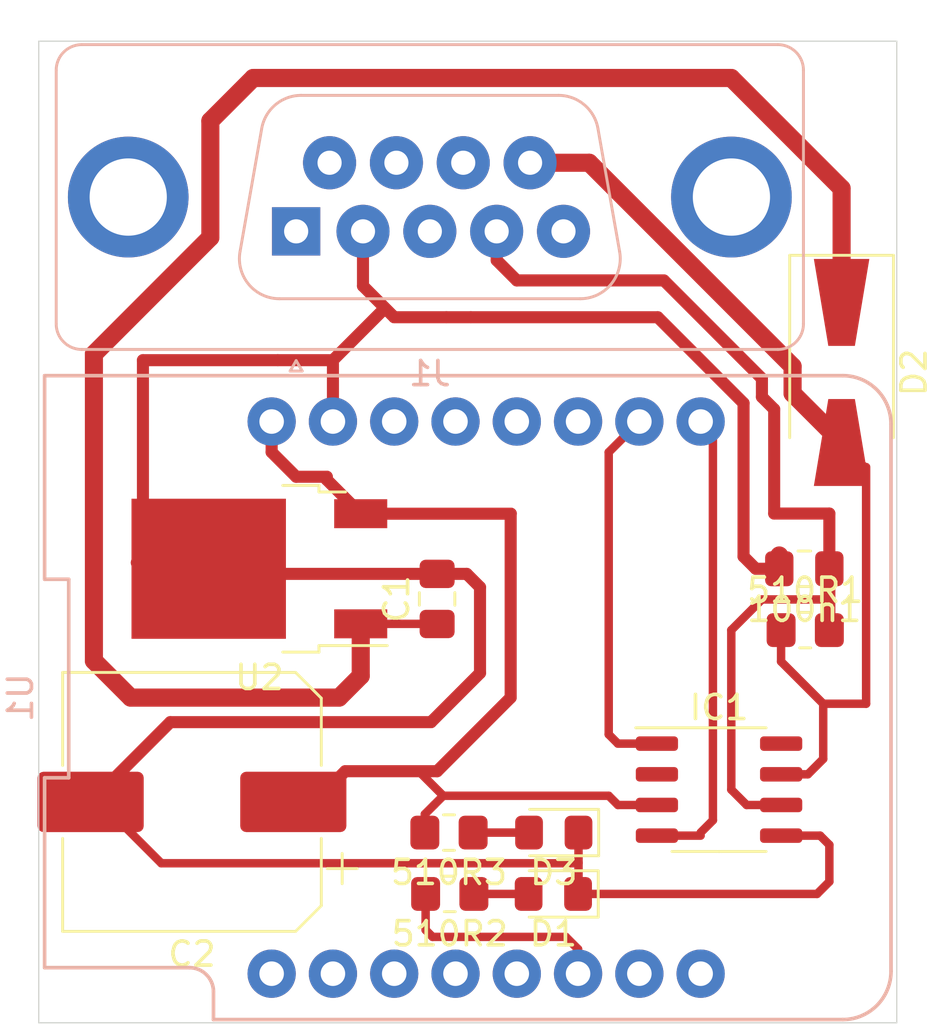
<source format=kicad_pcb>
(kicad_pcb (version 20171130) (host pcbnew "(5.1.9-0-10_14)")

  (general
    (thickness 1.6)
    (drawings 4)
    (tracks 115)
    (zones 0)
    (modules 13)
    (nets 30)
  )

  (page A4)
  (layers
    (0 F.Cu signal)
    (31 B.Cu signal)
    (32 B.Adhes user)
    (33 F.Adhes user)
    (34 B.Paste user)
    (35 F.Paste user)
    (36 B.SilkS user)
    (37 F.SilkS user)
    (38 B.Mask user)
    (39 F.Mask user)
    (40 Dwgs.User user)
    (41 Cmts.User user)
    (42 Eco1.User user)
    (43 Eco2.User user)
    (44 Edge.Cuts user)
    (45 Margin user)
    (46 B.CrtYd user)
    (47 F.CrtYd user)
    (48 B.Fab user)
    (49 F.Fab user)
  )

  (setup
    (last_trace_width 0.75)
    (trace_clearance 0.2)
    (zone_clearance 0.508)
    (zone_45_only no)
    (trace_min 0.2)
    (via_size 0.8)
    (via_drill 0.4)
    (via_min_size 0.4)
    (via_min_drill 0.3)
    (uvia_size 0.3)
    (uvia_drill 0.1)
    (uvias_allowed no)
    (uvia_min_size 0.2)
    (uvia_min_drill 0.1)
    (edge_width 0.05)
    (segment_width 0.2)
    (pcb_text_width 0.3)
    (pcb_text_size 1.5 1.5)
    (mod_edge_width 0.12)
    (mod_text_size 1 1)
    (mod_text_width 0.15)
    (pad_size 1.524 1.524)
    (pad_drill 0.762)
    (pad_to_mask_clearance 0)
    (aux_axis_origin 106.68 76.2)
    (grid_origin 106.68 76.2)
    (visible_elements FFFFFF7F)
    (pcbplotparams
      (layerselection 0x00000_7fffffff)
      (usegerberextensions false)
      (usegerberattributes true)
      (usegerberadvancedattributes true)
      (creategerberjobfile true)
      (excludeedgelayer true)
      (linewidth 0.150000)
      (plotframeref false)
      (viasonmask false)
      (mode 1)
      (useauxorigin true)
      (hpglpennumber 1)
      (hpglpenspeed 20)
      (hpglpendiameter 15.000000)
      (psnegative false)
      (psa4output false)
      (plotreference false)
      (plotvalue false)
      (plotinvisibletext false)
      (padsonsilk true)
      (subtractmaskfromsilk false)
      (outputformat 1)
      (mirror false)
      (drillshape 0)
      (scaleselection 1)
      (outputdirectory ""))
  )

  (net 0 "")
  (net 1 K-LINE)
  (net 2 GND)
  (net 3 "Net-(510R2-Pad1)")
  (net 4 "Net-(510R2-Pad2)")
  (net 5 +5V)
  (net 6 "Net-(510R3-Pad1)")
  (net 7 "Net-(C1-Pad1)")
  (net 8 +12V)
  (net 9 ESP-RX)
  (net 10 "Net-(IC1-Pad2)")
  (net 11 "Net-(IC1-Pad8)")
  (net 12 "Net-(J1-Pad1)")
  (net 13 CAN-H)
  (net 14 CAN-L)
  (net 15 "Net-(J1-Pad6)")
  (net 16 "Net-(J1-Pad7)")
  (net 17 "Net-(J1-Pad8)")
  (net 18 "Net-(U1-Pad8)")
  (net 19 "Net-(U1-Pad7)")
  (net 20 "Net-(U1-Pad6)")
  (net 21 "Net-(U1-Pad11)")
  (net 22 "Net-(U1-Pad5)")
  (net 23 "Net-(U1-Pad12)")
  (net 24 "Net-(U1-Pad4)")
  (net 25 "Net-(U1-Pad13)")
  (net 26 "Net-(U1-Pad14)")
  (net 27 "Net-(U1-Pad2)")
  (net 28 "Net-(U1-Pad1)")
  (net 29 ESP-TX)

  (net_class Default "This is the default net class."
    (clearance 0.2)
    (trace_width 0.75)
    (via_dia 0.8)
    (via_drill 0.4)
    (uvia_dia 0.3)
    (uvia_drill 0.1)
    (add_net CAN-H)
    (add_net CAN-L)
    (add_net ESP-RX)
    (add_net ESP-TX)
    (add_net K-LINE)
    (add_net "Net-(510R2-Pad1)")
    (add_net "Net-(510R2-Pad2)")
    (add_net "Net-(510R3-Pad1)")
    (add_net "Net-(C1-Pad1)")
    (add_net "Net-(IC1-Pad2)")
    (add_net "Net-(IC1-Pad8)")
    (add_net "Net-(J1-Pad1)")
    (add_net "Net-(J1-Pad6)")
    (add_net "Net-(J1-Pad7)")
    (add_net "Net-(J1-Pad8)")
    (add_net "Net-(U1-Pad1)")
    (add_net "Net-(U1-Pad11)")
    (add_net "Net-(U1-Pad12)")
    (add_net "Net-(U1-Pad13)")
    (add_net "Net-(U1-Pad14)")
    (add_net "Net-(U1-Pad2)")
    (add_net "Net-(U1-Pad4)")
    (add_net "Net-(U1-Pad5)")
    (add_net "Net-(U1-Pad6)")
    (add_net "Net-(U1-Pad7)")
    (add_net "Net-(U1-Pad8)")
  )

  (net_class +12V ""
    (clearance 0.2)
    (trace_width 0.75)
    (via_dia 0.8)
    (via_drill 0.4)
    (uvia_dia 0.3)
    (uvia_drill 0.1)
    (add_net +12V)
  )

  (net_class +5V ""
    (clearance 0.2)
    (trace_width 0.5)
    (via_dia 0.8)
    (via_drill 0.4)
    (uvia_dia 0.3)
    (uvia_drill 0.1)
    (add_net +5V)
  )

  (net_class GND ""
    (clearance 0.2)
    (trace_width 0.35)
    (via_dia 0.8)
    (via_drill 0.4)
    (uvia_dia 0.3)
    (uvia_drill 0.1)
    (add_net GND)
  )

  (module Connector_Dsub:DSUB-9_Male_Vertical_P2.77x2.84mm_MountingHoles (layer B.Cu) (tedit 60AB5245) (tstamp 60ABC69E)
    (at 117.348 43.434)
    (descr "9-pin D-Sub connector, straight/vertical, THT-mount, male, pitch 2.77x2.84mm, distance of mounting holes 25mm, see https://disti-assets.s3.amazonaws.com/tonar/files/datasheets/16730.pdf")
    (tags "9-pin D-Sub connector straight vertical THT male pitch 2.77x2.84mm mounting holes distance 25mm")
    (path /60ADDAD3)
    (fp_text reference J1 (at 5.54 5.89) (layer B.SilkS)
      (effects (font (size 1 1) (thickness 0.15)) (justify mirror))
    )
    (fp_text value DB9_Male (at 5.54 -8.73) (layer B.Fab)
      (effects (font (size 1 1) (thickness 0.15)) (justify mirror))
    )
    (fp_line (start -8.885 4.83) (end 19.965 4.83) (layer B.Fab) (width 0.1))
    (fp_line (start 20.965 3.83) (end 20.965 -6.67) (layer B.Fab) (width 0.1))
    (fp_line (start 19.965 -7.67) (end -8.885 -7.67) (layer B.Fab) (width 0.1))
    (fp_line (start -9.885 -6.67) (end -9.885 3.83) (layer B.Fab) (width 0.1))
    (fp_line (start -8.885 4.89) (end 19.965 4.89) (layer B.SilkS) (width 0.12))
    (fp_line (start 21.025 3.83) (end 21.025 -6.67) (layer B.SilkS) (width 0.12))
    (fp_line (start 19.965 -7.73) (end -8.885 -7.73) (layer B.SilkS) (width 0.12))
    (fp_line (start -9.945 -6.67) (end -9.945 3.83) (layer B.SilkS) (width 0.12))
    (fp_line (start -0.25 5.784338) (end 0.25 5.784338) (layer B.SilkS) (width 0.12))
    (fp_line (start 0.25 5.784338) (end 0 5.351325) (layer B.SilkS) (width 0.12))
    (fp_line (start 0 5.351325) (end -0.25 5.784338) (layer B.SilkS) (width 0.12))
    (fp_line (start -0.703194 2.73) (end 11.783194 2.73) (layer B.Fab) (width 0.1))
    (fp_line (start 0.196073 -5.57) (end 10.883927 -5.57) (layer B.Fab) (width 0.1))
    (fp_line (start 13.358887 0.852163) (end 12.459619 -4.247837) (layer B.Fab) (width 0.1))
    (fp_line (start -2.278887 0.852163) (end -1.379619 -4.247837) (layer B.Fab) (width 0.1))
    (fp_line (start -0.691689 2.79) (end 11.771689 2.79) (layer B.SilkS) (width 0.12))
    (fp_line (start 0.207579 -5.63) (end 10.872421 -5.63) (layer B.SilkS) (width 0.12))
    (fp_line (start 13.40647 0.841744) (end 12.507202 -4.258256) (layer B.SilkS) (width 0.12))
    (fp_line (start -2.32647 0.841744) (end -1.427202 -4.258256) (layer B.SilkS) (width 0.12))
    (fp_line (start -10.4 5.35) (end -10.4 -8.2) (layer B.CrtYd) (width 0.05))
    (fp_line (start -10.4 -8.2) (end 21.5 -8.2) (layer B.CrtYd) (width 0.05))
    (fp_line (start 21.5 -8.2) (end 21.5 5.35) (layer B.CrtYd) (width 0.05))
    (fp_line (start 21.5 5.35) (end -10.4 5.35) (layer B.CrtYd) (width 0.05))
    (fp_arc (start -8.885 3.83) (end -9.885 3.83) (angle -90) (layer B.Fab) (width 0.1))
    (fp_arc (start 19.965 3.83) (end 19.965 4.83) (angle -90) (layer B.Fab) (width 0.1))
    (fp_arc (start -8.885 -6.67) (end -9.885 -6.67) (angle 90) (layer B.Fab) (width 0.1))
    (fp_arc (start 19.965 -6.67) (end 20.965 -6.67) (angle -90) (layer B.Fab) (width 0.1))
    (fp_arc (start -8.885 3.83) (end -9.945 3.83) (angle -90) (layer B.SilkS) (width 0.12))
    (fp_arc (start 19.965 3.83) (end 19.965 4.89) (angle -90) (layer B.SilkS) (width 0.12))
    (fp_arc (start -8.885 -6.67) (end -9.945 -6.67) (angle 90) (layer B.SilkS) (width 0.12))
    (fp_arc (start 19.965 -6.67) (end 21.025 -6.67) (angle -90) (layer B.SilkS) (width 0.12))
    (fp_arc (start -0.703194 1.13) (end -0.703194 2.73) (angle 100) (layer B.Fab) (width 0.1))
    (fp_arc (start 11.783194 1.13) (end 11.783194 2.73) (angle -100) (layer B.Fab) (width 0.1))
    (fp_arc (start 0.196073 -3.97) (end 0.196073 -5.57) (angle -80) (layer B.Fab) (width 0.1))
    (fp_arc (start 10.883927 -3.97) (end 10.883927 -5.57) (angle 80) (layer B.Fab) (width 0.1))
    (fp_arc (start -0.691689 1.13) (end -0.691689 2.79) (angle 100) (layer B.SilkS) (width 0.12))
    (fp_arc (start 11.771689 1.13) (end 11.771689 2.79) (angle -100) (layer B.SilkS) (width 0.12))
    (fp_arc (start 0.207579 -3.97) (end 0.207579 -5.63) (angle -80) (layer B.SilkS) (width 0.12))
    (fp_arc (start 10.872421 -3.97) (end 10.872421 -5.63) (angle 80) (layer B.SilkS) (width 0.12))
    (fp_text user %R (at 5.54 -1.42) (layer B.Fab)
      (effects (font (size 1 1) (thickness 0.15)) (justify mirror))
    )
    (pad 1 thru_hole rect (at 0 0) (size 2 2) (drill 1) (layers *.Cu *.Mask)
      (net 12 "Net-(J1-Pad1)"))
    (pad 2 thru_hole circle (at 2.77 0) (size 2.2 2.2) (drill 1) (layers *.Cu *.Mask)
      (net 2 GND))
    (pad 3 thru_hole circle (at 5.54 0) (size 2.2 2.2) (drill 1) (layers *.Cu *.Mask)
      (net 13 CAN-H))
    (pad 4 thru_hole circle (at 8.31 0) (size 2.2 2.2) (drill 1) (layers *.Cu *.Mask)
      (net 1 K-LINE))
    (pad 5 thru_hole circle (at 11.08 0) (size 2.2 2.2) (drill 1) (layers *.Cu *.Mask)
      (net 14 CAN-L))
    (pad 6 thru_hole circle (at 1.385 -2.84) (size 2.2 2.2) (drill 1) (layers *.Cu *.Mask)
      (net 15 "Net-(J1-Pad6)"))
    (pad 7 thru_hole circle (at 4.155 -2.84) (size 2.2 2.2) (drill 1) (layers *.Cu *.Mask)
      (net 16 "Net-(J1-Pad7)"))
    (pad 8 thru_hole circle (at 6.925 -2.84) (size 2.2 2.2) (drill 1) (layers *.Cu *.Mask)
      (net 17 "Net-(J1-Pad8)"))
    (pad 9 thru_hole circle (at 9.695 -2.84) (size 2.2 2.2) (drill 1) (layers *.Cu *.Mask)
      (net 8 +12V))
    (pad 0 thru_hole circle (at -6.96 -1.42) (size 5 5) (drill 3.2) (layers *.Cu *.Mask))
    (pad 0 thru_hole circle (at 18.04 -1.42) (size 5 5) (drill 3.2) (layers *.Cu *.Mask))
    (model ${KISYS3DMOD}/Connector_Dsub.3dshapes/DSUB-9_Male_Vertical_P2.77x2.84mm_MountingHoles.wrl
      (at (xyz 0 0 0))
      (scale (xyz 1 1 1))
      (rotate (xyz 0 0 0))
    )
  )

  (module WEMOS-D1-MINI:wemos-d1-mini-with-pin-header (layer B.Cu) (tedit 60AA5B43) (tstamp 60ABF37C)
    (at 125.222 62.738)
    (path /60AA261D)
    (fp_text reference U1 (at -19.3 0 -90) (layer B.SilkS)
      (effects (font (size 1 1) (thickness 0.15)) (justify mirror))
    )
    (fp_text value WeMos_D1_mini (at 0 0) (layer B.Fab)
      (effects (font (size 1 1) (thickness 0.15)) (justify mirror))
    )
    (fp_line (start -18.46 11.33) (end -12.48 11.33) (layer B.CrtYd) (width 0.05))
    (fp_line (start -11.48 13.5) (end -11.48 12.33) (layer B.CrtYd) (width 0.05))
    (fp_line (start -11.3 13.33) (end -11.3 13.33) (layer B.SilkS) (width 0.15))
    (fp_line (start -11.3 12.17) (end -11.3 13.33) (layer B.SilkS) (width 0.15))
    (fp_line (start -18.3 11.18) (end -12.3 11.18) (layer B.SilkS) (width 0.15))
    (fp_line (start -18.46 -13.5) (end -18.46 11.33) (layer B.CrtYd) (width 0.05))
    (fp_line (start 14.94 -13.5) (end -18.46 -13.5) (layer B.CrtYd) (width 0.05))
    (fp_line (start 16.94 11.5) (end 16.94 -11.5) (layer B.CrtYd) (width 0.05))
    (fp_line (start -11.48 13.5) (end 14.85 13.5) (layer B.CrtYd) (width 0.05))
    (fp_line (start -18.3 -4.9) (end -18.3 -13.329999) (layer B.SilkS) (width 0.15))
    (fp_line (start -17.3 -4.9) (end -18.3 -4.9) (layer B.SilkS) (width 0.15))
    (fp_line (start -17.3 3.32) (end -17.3 -4.9) (layer B.SilkS) (width 0.15))
    (fp_line (start -18.3 3.32) (end -17.3 3.32) (layer B.SilkS) (width 0.15))
    (fp_line (start -18.3 11.18) (end -18.3 3.32) (layer B.SilkS) (width 0.15))
    (fp_line (start 14.78 13.33) (end -11.3 13.33) (layer B.SilkS) (width 0.15))
    (fp_line (start 16.78 -11.33) (end 16.78 11.33) (layer B.SilkS) (width 0.15))
    (fp_line (start -18.3 -13.33) (end 14.78 -13.33) (layer B.SilkS) (width 0.15))
    (fp_arc (start 14.78 11.33) (end 14.78 13.33) (angle -90) (layer B.SilkS) (width 0.15))
    (fp_arc (start 14.78 -11.33) (end 16.78 -11.33) (angle -90) (layer B.SilkS) (width 0.15))
    (fp_arc (start 14.94 -11.5) (end 16.94 -11.5) (angle -90) (layer B.CrtYd) (width 0.05))
    (fp_arc (start 14.94 11.5) (end 14.85 13.5) (angle -92.57657183) (layer B.CrtYd) (width 0.05))
    (fp_arc (start -12.3 12.18) (end -11.3 12.18) (angle -90) (layer B.SilkS) (width 0.15))
    (fp_arc (start -12.48 12.33) (end -11.48 12.33) (angle -90) (layer B.CrtYd) (width 0.05))
    (pad 8 thru_hole circle (at -8.89 11.43) (size 2 2) (drill 1.016) (layers *.Cu *.Mask)
      (net 18 "Net-(U1-Pad8)"))
    (pad 9 thru_hole circle (at -8.89 -11.43) (size 2 2) (drill 1.016) (layers *.Cu *.Mask)
      (net 5 +5V))
    (pad 7 thru_hole circle (at -6.35 11.43) (size 2 2) (drill 1.016) (layers *.Cu *.Mask)
      (net 19 "Net-(U1-Pad7)"))
    (pad 10 thru_hole circle (at -6.35 -11.43) (size 2 2) (drill 1.016) (layers *.Cu *.Mask)
      (net 2 GND))
    (pad 6 thru_hole circle (at -3.81 11.43) (size 2 2) (drill 1.016) (layers *.Cu *.Mask)
      (net 20 "Net-(U1-Pad6)"))
    (pad 11 thru_hole circle (at -3.81 -11.43) (size 2 2) (drill 1.016) (layers *.Cu *.Mask)
      (net 21 "Net-(U1-Pad11)"))
    (pad 5 thru_hole circle (at -1.27 11.43) (size 2 2) (drill 1.016) (layers *.Cu *.Mask)
      (net 22 "Net-(U1-Pad5)"))
    (pad 12 thru_hole circle (at -1.27 -11.43) (size 2 2) (drill 1.016) (layers *.Cu *.Mask)
      (net 23 "Net-(U1-Pad12)"))
    (pad 4 thru_hole circle (at 1.27 11.43) (size 2 2) (drill 1.016) (layers *.Cu *.Mask)
      (net 24 "Net-(U1-Pad4)"))
    (pad 13 thru_hole circle (at 1.27 -11.43) (size 2 2) (drill 1.016) (layers *.Cu *.Mask)
      (net 25 "Net-(U1-Pad13)"))
    (pad 3 thru_hole circle (at 3.81 11.43) (size 2 2) (drill 1.016) (layers *.Cu *.Mask)
      (net 4 "Net-(510R2-Pad2)"))
    (pad 14 thru_hole circle (at 3.81 -11.43) (size 2 2) (drill 1.016) (layers *.Cu *.Mask)
      (net 26 "Net-(U1-Pad14)"))
    (pad 2 thru_hole circle (at 6.35 11.43) (size 2 2) (drill 1.016) (layers *.Cu *.Mask)
      (net 27 "Net-(U1-Pad2)"))
    (pad 15 thru_hole circle (at 6.35 -11.43) (size 2 2) (drill 1.016) (layers *.Cu *.Mask)
      (net 9 ESP-RX))
    (pad 1 thru_hole circle (at 8.89 11.43) (size 2 2) (drill 1.016) (layers *.Cu *.Mask)
      (net 28 "Net-(U1-Pad1)"))
    (pad 16 thru_hole circle (at 8.89 -11.43) (size 2 2) (drill 1.016) (layers *.Cu *.Mask)
      (net 29 ESP-TX))
    (model ${KIPRJMOD}/3dshapes/wemos_d1_mini.3dshapes/d1_mini_shield.wrl
      (offset (xyz -17.89999973116897 -12.79999980776329 5.099999923405687))
      (scale (xyz 0.3937 0.3937 0.3937))
      (rotate (xyz 0 180 90))
    )
    (model ${KIPRJMOD}/3dshapes/wemos_d1_mini.3dshapes/TSW-108-05-G-S.wrl
      (offset (xyz 0 -11.39999982878918 2.599999960951919))
      (scale (xyz 0.3937 0.3937 0.3937))
      (rotate (xyz 90 0 0))
    )
    (model ${KIPRJMOD}/3dshapes/wemos_d1_mini.3dshapes/TSW-108-05-G-S.wrl
      (offset (xyz 0 11.39999982878918 2.599999960951919))
      (scale (xyz 0.3937 0.3937 0.3937))
      (rotate (xyz 90 0 0))
    )
  )

  (module Capacitor_SMD:C_0805_2012Metric_Pad1.18x1.45mm_HandSolder (layer F.Cu) (tedit 5F68FEEF) (tstamp 60ABDE60)
    (at 138.4085 57.404 180)
    (descr "Capacitor SMD 0805 (2012 Metric), square (rectangular) end terminal, IPC_7351 nominal with elongated pad for handsoldering. (Body size source: IPC-SM-782 page 76, https://www.pcb-3d.com/wordpress/wp-content/uploads/ipc-sm-782a_amendment_1_and_2.pdf, https://docs.google.com/spreadsheets/d/1BsfQQcO9C6DZCsRaXUlFlo91Tg2WpOkGARC1WS5S8t0/edit?usp=sharing), generated with kicad-footprint-generator")
    (tags "capacitor handsolder")
    (path /60AB53AE)
    (attr smd)
    (fp_text reference 100n1 (at 0 -1.68) (layer F.SilkS)
      (effects (font (size 1 1) (thickness 0.15)))
    )
    (fp_text value C (at 0 1.68) (layer F.Fab)
      (effects (font (size 1 1) (thickness 0.15)))
    )
    (fp_line (start 1.88 0.98) (end -1.88 0.98) (layer F.CrtYd) (width 0.05))
    (fp_line (start 1.88 -0.98) (end 1.88 0.98) (layer F.CrtYd) (width 0.05))
    (fp_line (start -1.88 -0.98) (end 1.88 -0.98) (layer F.CrtYd) (width 0.05))
    (fp_line (start -1.88 0.98) (end -1.88 -0.98) (layer F.CrtYd) (width 0.05))
    (fp_line (start -0.261252 0.735) (end 0.261252 0.735) (layer F.SilkS) (width 0.12))
    (fp_line (start -0.261252 -0.735) (end 0.261252 -0.735) (layer F.SilkS) (width 0.12))
    (fp_line (start 1 0.625) (end -1 0.625) (layer F.Fab) (width 0.1))
    (fp_line (start 1 -0.625) (end 1 0.625) (layer F.Fab) (width 0.1))
    (fp_line (start -1 -0.625) (end 1 -0.625) (layer F.Fab) (width 0.1))
    (fp_line (start -1 0.625) (end -1 -0.625) (layer F.Fab) (width 0.1))
    (fp_text user %R (at 0 0) (layer F.Fab)
      (effects (font (size 0.5 0.5) (thickness 0.08)))
    )
    (pad 1 smd roundrect (at -1.0375 0 180) (size 1.175 1.45) (layers F.Cu F.Paste F.Mask) (roundrect_rratio 0.2127659574468085)
      (net 1 K-LINE))
    (pad 2 smd roundrect (at 1.0375 0 180) (size 1.175 1.45) (layers F.Cu F.Paste F.Mask) (roundrect_rratio 0.2127659574468085)
      (net 2 GND))
    (model ${KISYS3DMOD}/Capacitor_SMD.3dshapes/C_0805_2012Metric.wrl
      (at (xyz 0 0 0))
      (scale (xyz 1 1 1))
      (rotate (xyz 0 0 0))
    )
  )

  (module Resistor_SMD:R_0805_2012Metric_Pad1.20x1.40mm_HandSolder (layer F.Cu) (tedit 5F68FEEE) (tstamp 60ABDE90)
    (at 138.446 59.944)
    (descr "Resistor SMD 0805 (2012 Metric), square (rectangular) end terminal, IPC_7351 nominal with elongated pad for handsoldering. (Body size source: IPC-SM-782 page 72, https://www.pcb-3d.com/wordpress/wp-content/uploads/ipc-sm-782a_amendment_1_and_2.pdf), generated with kicad-footprint-generator")
    (tags "resistor handsolder")
    (path /60AABA3C)
    (attr smd)
    (fp_text reference 510R1 (at 0 -1.65) (layer F.SilkS)
      (effects (font (size 1 1) (thickness 0.15)))
    )
    (fp_text value R (at 0 1.65) (layer F.Fab)
      (effects (font (size 1 1) (thickness 0.15)))
    )
    (fp_line (start 1.85 0.95) (end -1.85 0.95) (layer F.CrtYd) (width 0.05))
    (fp_line (start 1.85 -0.95) (end 1.85 0.95) (layer F.CrtYd) (width 0.05))
    (fp_line (start -1.85 -0.95) (end 1.85 -0.95) (layer F.CrtYd) (width 0.05))
    (fp_line (start -1.85 0.95) (end -1.85 -0.95) (layer F.CrtYd) (width 0.05))
    (fp_line (start -0.227064 0.735) (end 0.227064 0.735) (layer F.SilkS) (width 0.12))
    (fp_line (start -0.227064 -0.735) (end 0.227064 -0.735) (layer F.SilkS) (width 0.12))
    (fp_line (start 1 0.625) (end -1 0.625) (layer F.Fab) (width 0.1))
    (fp_line (start 1 -0.625) (end 1 0.625) (layer F.Fab) (width 0.1))
    (fp_line (start -1 -0.625) (end 1 -0.625) (layer F.Fab) (width 0.1))
    (fp_line (start -1 0.625) (end -1 -0.625) (layer F.Fab) (width 0.1))
    (fp_text user %R (at 0 0) (layer F.Fab)
      (effects (font (size 0.5 0.5) (thickness 0.08)))
    )
    (pad 1 smd roundrect (at -1 0) (size 1.2 1.4) (layers F.Cu F.Paste F.Mask) (roundrect_rratio 0.2083325)
      (net 8 +12V))
    (pad 2 smd roundrect (at 1 0) (size 1.2 1.4) (layers F.Cu F.Paste F.Mask) (roundrect_rratio 0.2083325)
      (net 1 K-LINE))
    (model ${KISYS3DMOD}/Resistor_SMD.3dshapes/R_0805_2012Metric.wrl
      (at (xyz 0 0 0))
      (scale (xyz 1 1 1))
      (rotate (xyz 0 0 0))
    )
  )

  (module Resistor_SMD:R_0805_2012Metric_Pad1.20x1.40mm_HandSolder (layer F.Cu) (tedit 5F68FEEE) (tstamp 60ABB116)
    (at 123.714 70.866 180)
    (descr "Resistor SMD 0805 (2012 Metric), square (rectangular) end terminal, IPC_7351 nominal with elongated pad for handsoldering. (Body size source: IPC-SM-782 page 72, https://www.pcb-3d.com/wordpress/wp-content/uploads/ipc-sm-782a_amendment_1_and_2.pdf), generated with kicad-footprint-generator")
    (tags "resistor handsolder")
    (path /60AD21D9)
    (attr smd)
    (fp_text reference 510R2 (at 0 -1.65) (layer F.SilkS)
      (effects (font (size 1 1) (thickness 0.15)))
    )
    (fp_text value R (at 0 1.65) (layer F.Fab)
      (effects (font (size 1 1) (thickness 0.15)))
    )
    (fp_line (start 1.85 0.95) (end -1.85 0.95) (layer F.CrtYd) (width 0.05))
    (fp_line (start 1.85 -0.95) (end 1.85 0.95) (layer F.CrtYd) (width 0.05))
    (fp_line (start -1.85 -0.95) (end 1.85 -0.95) (layer F.CrtYd) (width 0.05))
    (fp_line (start -1.85 0.95) (end -1.85 -0.95) (layer F.CrtYd) (width 0.05))
    (fp_line (start -0.227064 0.735) (end 0.227064 0.735) (layer F.SilkS) (width 0.12))
    (fp_line (start -0.227064 -0.735) (end 0.227064 -0.735) (layer F.SilkS) (width 0.12))
    (fp_line (start 1 0.625) (end -1 0.625) (layer F.Fab) (width 0.1))
    (fp_line (start 1 -0.625) (end 1 0.625) (layer F.Fab) (width 0.1))
    (fp_line (start -1 -0.625) (end 1 -0.625) (layer F.Fab) (width 0.1))
    (fp_line (start -1 0.625) (end -1 -0.625) (layer F.Fab) (width 0.1))
    (fp_text user %R (at 0 0) (layer F.Fab)
      (effects (font (size 0.5 0.5) (thickness 0.08)))
    )
    (pad 1 smd roundrect (at -1 0 180) (size 1.2 1.4) (layers F.Cu F.Paste F.Mask) (roundrect_rratio 0.2083325)
      (net 3 "Net-(510R2-Pad1)"))
    (pad 2 smd roundrect (at 1 0 180) (size 1.2 1.4) (layers F.Cu F.Paste F.Mask) (roundrect_rratio 0.2083325)
      (net 4 "Net-(510R2-Pad2)"))
    (model ${KISYS3DMOD}/Resistor_SMD.3dshapes/R_0805_2012Metric.wrl
      (at (xyz 0 0 0))
      (scale (xyz 1 1 1))
      (rotate (xyz 0 0 0))
    )
  )

  (module Resistor_SMD:R_0805_2012Metric_Pad1.20x1.40mm_HandSolder (layer F.Cu) (tedit 5F68FEEE) (tstamp 60ABCC79)
    (at 123.682 68.326 180)
    (descr "Resistor SMD 0805 (2012 Metric), square (rectangular) end terminal, IPC_7351 nominal with elongated pad for handsoldering. (Body size source: IPC-SM-782 page 72, https://www.pcb-3d.com/wordpress/wp-content/uploads/ipc-sm-782a_amendment_1_and_2.pdf), generated with kicad-footprint-generator")
    (tags "resistor handsolder")
    (path /60AC4540)
    (attr smd)
    (fp_text reference 510R3 (at 0 -1.65) (layer F.SilkS)
      (effects (font (size 1 1) (thickness 0.15)))
    )
    (fp_text value R (at 0 1.65) (layer F.Fab)
      (effects (font (size 1 1) (thickness 0.15)))
    )
    (fp_line (start -1 0.625) (end -1 -0.625) (layer F.Fab) (width 0.1))
    (fp_line (start -1 -0.625) (end 1 -0.625) (layer F.Fab) (width 0.1))
    (fp_line (start 1 -0.625) (end 1 0.625) (layer F.Fab) (width 0.1))
    (fp_line (start 1 0.625) (end -1 0.625) (layer F.Fab) (width 0.1))
    (fp_line (start -0.227064 -0.735) (end 0.227064 -0.735) (layer F.SilkS) (width 0.12))
    (fp_line (start -0.227064 0.735) (end 0.227064 0.735) (layer F.SilkS) (width 0.12))
    (fp_line (start -1.85 0.95) (end -1.85 -0.95) (layer F.CrtYd) (width 0.05))
    (fp_line (start -1.85 -0.95) (end 1.85 -0.95) (layer F.CrtYd) (width 0.05))
    (fp_line (start 1.85 -0.95) (end 1.85 0.95) (layer F.CrtYd) (width 0.05))
    (fp_line (start 1.85 0.95) (end -1.85 0.95) (layer F.CrtYd) (width 0.05))
    (fp_text user %R (at 0 0) (layer F.Fab)
      (effects (font (size 0.5 0.5) (thickness 0.08)))
    )
    (pad 2 smd roundrect (at 1 0 180) (size 1.2 1.4) (layers F.Cu F.Paste F.Mask) (roundrect_rratio 0.2083325)
      (net 5 +5V))
    (pad 1 smd roundrect (at -1 0 180) (size 1.2 1.4) (layers F.Cu F.Paste F.Mask) (roundrect_rratio 0.2083325)
      (net 6 "Net-(510R3-Pad1)"))
    (model ${KISYS3DMOD}/Resistor_SMD.3dshapes/R_0805_2012Metric.wrl
      (at (xyz 0 0 0))
      (scale (xyz 1 1 1))
      (rotate (xyz 0 0 0))
    )
  )

  (module Capacitor_SMD:C_0805_2012Metric_Pad1.18x1.45mm_HandSolder (layer F.Cu) (tedit 5F68FEEF) (tstamp 60ABF3E0)
    (at 123.19 58.6525 90)
    (descr "Capacitor SMD 0805 (2012 Metric), square (rectangular) end terminal, IPC_7351 nominal with elongated pad for handsoldering. (Body size source: IPC-SM-782 page 76, https://www.pcb-3d.com/wordpress/wp-content/uploads/ipc-sm-782a_amendment_1_and_2.pdf, https://docs.google.com/spreadsheets/d/1BsfQQcO9C6DZCsRaXUlFlo91Tg2WpOkGARC1WS5S8t0/edit?usp=sharing), generated with kicad-footprint-generator")
    (tags "capacitor handsolder")
    (path /60AC2A01)
    (attr smd)
    (fp_text reference C1 (at 0 -1.68 90) (layer F.SilkS)
      (effects (font (size 1 1) (thickness 0.15)))
    )
    (fp_text value 330nF (at 0 1.68 90) (layer F.Fab)
      (effects (font (size 1 1) (thickness 0.15)))
    )
    (fp_line (start -1 0.625) (end -1 -0.625) (layer F.Fab) (width 0.1))
    (fp_line (start -1 -0.625) (end 1 -0.625) (layer F.Fab) (width 0.1))
    (fp_line (start 1 -0.625) (end 1 0.625) (layer F.Fab) (width 0.1))
    (fp_line (start 1 0.625) (end -1 0.625) (layer F.Fab) (width 0.1))
    (fp_line (start -0.261252 -0.735) (end 0.261252 -0.735) (layer F.SilkS) (width 0.12))
    (fp_line (start -0.261252 0.735) (end 0.261252 0.735) (layer F.SilkS) (width 0.12))
    (fp_line (start -1.88 0.98) (end -1.88 -0.98) (layer F.CrtYd) (width 0.05))
    (fp_line (start -1.88 -0.98) (end 1.88 -0.98) (layer F.CrtYd) (width 0.05))
    (fp_line (start 1.88 -0.98) (end 1.88 0.98) (layer F.CrtYd) (width 0.05))
    (fp_line (start 1.88 0.98) (end -1.88 0.98) (layer F.CrtYd) (width 0.05))
    (fp_text user %R (at 0 0 90) (layer F.Fab)
      (effects (font (size 0.5 0.5) (thickness 0.08)))
    )
    (pad 2 smd roundrect (at 1.0375 0 90) (size 1.175 1.45) (layers F.Cu F.Paste F.Mask) (roundrect_rratio 0.2127659574468085)
      (net 2 GND))
    (pad 1 smd roundrect (at -1.0375 0 90) (size 1.175 1.45) (layers F.Cu F.Paste F.Mask) (roundrect_rratio 0.2127659574468085)
      (net 7 "Net-(C1-Pad1)"))
    (model ${KISYS3DMOD}/Capacitor_SMD.3dshapes/C_0805_2012Metric.wrl
      (at (xyz 0 0 0))
      (scale (xyz 1 1 1))
      (rotate (xyz 0 0 0))
    )
  )

  (module Capacitor_SMD:CP_Elec_10x10.5 (layer F.Cu) (tedit 5BCA39D1) (tstamp 60ABA0D6)
    (at 113.03 67.056 180)
    (descr "SMD capacitor, aluminum electrolytic, Vishay 1010, 10.0x10.5mm, http://www.vishay.com/docs/28395/150crz.pdf")
    (tags "capacitor electrolytic")
    (path /60AC1B93)
    (attr smd)
    (fp_text reference C2 (at 0 -6.3) (layer F.SilkS)
      (effects (font (size 1 1) (thickness 0.15)))
    )
    (fp_text value 22uF (at 0 6.3) (layer F.Fab)
      (effects (font (size 1 1) (thickness 0.15)))
    )
    (fp_line (start -6.65 1.5) (end -5.5 1.5) (layer F.CrtYd) (width 0.05))
    (fp_line (start -6.65 -1.5) (end -6.65 1.5) (layer F.CrtYd) (width 0.05))
    (fp_line (start -5.5 -1.5) (end -6.65 -1.5) (layer F.CrtYd) (width 0.05))
    (fp_line (start -5.5 1.5) (end -5.5 4.35) (layer F.CrtYd) (width 0.05))
    (fp_line (start -5.5 -4.35) (end -5.5 -1.5) (layer F.CrtYd) (width 0.05))
    (fp_line (start -5.5 -4.35) (end -4.35 -5.5) (layer F.CrtYd) (width 0.05))
    (fp_line (start -5.5 4.35) (end -4.35 5.5) (layer F.CrtYd) (width 0.05))
    (fp_line (start -4.35 -5.5) (end 5.5 -5.5) (layer F.CrtYd) (width 0.05))
    (fp_line (start -4.35 5.5) (end 5.5 5.5) (layer F.CrtYd) (width 0.05))
    (fp_line (start 5.5 1.5) (end 5.5 5.5) (layer F.CrtYd) (width 0.05))
    (fp_line (start 6.65 1.5) (end 5.5 1.5) (layer F.CrtYd) (width 0.05))
    (fp_line (start 6.65 -1.5) (end 6.65 1.5) (layer F.CrtYd) (width 0.05))
    (fp_line (start 5.5 -1.5) (end 6.65 -1.5) (layer F.CrtYd) (width 0.05))
    (fp_line (start 5.5 -5.5) (end 5.5 -1.5) (layer F.CrtYd) (width 0.05))
    (fp_line (start -6.225 -3.385) (end -6.225 -2.135) (layer F.SilkS) (width 0.12))
    (fp_line (start -6.85 -2.76) (end -5.6 -2.76) (layer F.SilkS) (width 0.12))
    (fp_line (start -5.36 4.295563) (end -4.295563 5.36) (layer F.SilkS) (width 0.12))
    (fp_line (start -5.36 -4.295563) (end -4.295563 -5.36) (layer F.SilkS) (width 0.12))
    (fp_line (start -5.36 -4.295563) (end -5.36 -1.51) (layer F.SilkS) (width 0.12))
    (fp_line (start -5.36 4.295563) (end -5.36 1.51) (layer F.SilkS) (width 0.12))
    (fp_line (start -4.295563 5.36) (end 5.36 5.36) (layer F.SilkS) (width 0.12))
    (fp_line (start -4.295563 -5.36) (end 5.36 -5.36) (layer F.SilkS) (width 0.12))
    (fp_line (start 5.36 -5.36) (end 5.36 -1.51) (layer F.SilkS) (width 0.12))
    (fp_line (start 5.36 5.36) (end 5.36 1.51) (layer F.SilkS) (width 0.12))
    (fp_line (start -4.058325 -2.2) (end -4.058325 -1.2) (layer F.Fab) (width 0.1))
    (fp_line (start -4.558325 -1.7) (end -3.558325 -1.7) (layer F.Fab) (width 0.1))
    (fp_line (start -5.25 4.25) (end -4.25 5.25) (layer F.Fab) (width 0.1))
    (fp_line (start -5.25 -4.25) (end -4.25 -5.25) (layer F.Fab) (width 0.1))
    (fp_line (start -5.25 -4.25) (end -5.25 4.25) (layer F.Fab) (width 0.1))
    (fp_line (start -4.25 5.25) (end 5.25 5.25) (layer F.Fab) (width 0.1))
    (fp_line (start -4.25 -5.25) (end 5.25 -5.25) (layer F.Fab) (width 0.1))
    (fp_line (start 5.25 -5.25) (end 5.25 5.25) (layer F.Fab) (width 0.1))
    (fp_circle (center 0 0) (end 5 0) (layer F.Fab) (width 0.1))
    (fp_text user %R (at 0 0) (layer F.Fab)
      (effects (font (size 1 1) (thickness 0.15)))
    )
    (pad 1 smd roundrect (at -4.2 0 180) (size 4.4 2.5) (layers F.Cu F.Paste F.Mask) (roundrect_rratio 0.1)
      (net 5 +5V))
    (pad 2 smd roundrect (at 4.2 0 180) (size 4.4 2.5) (layers F.Cu F.Paste F.Mask) (roundrect_rratio 0.1)
      (net 2 GND))
    (model ${KISYS3DMOD}/Capacitor_SMD.3dshapes/CP_Elec_10x10.5.wrl
      (at (xyz 0 0 0))
      (scale (xyz 1 1 1))
      (rotate (xyz 0 0 0))
    )
  )

  (module LED_SMD:LED_0805_2012Metric_Pad1.15x1.40mm_HandSolder (layer F.Cu) (tedit 5F68FEF1) (tstamp 60ABA7D3)
    (at 128.007 70.866 180)
    (descr "LED SMD 0805 (2012 Metric), square (rectangular) end terminal, IPC_7351 nominal, (Body size source: https://docs.google.com/spreadsheets/d/1BsfQQcO9C6DZCsRaXUlFlo91Tg2WpOkGARC1WS5S8t0/edit?usp=sharing), generated with kicad-footprint-generator")
    (tags "LED handsolder")
    (path /60AD21E4)
    (attr smd)
    (fp_text reference D1 (at 0 -1.65) (layer F.SilkS)
      (effects (font (size 1 1) (thickness 0.15)))
    )
    (fp_text value LED_OK (at 0 1.65) (layer F.Fab)
      (effects (font (size 1 1) (thickness 0.15)))
    )
    (fp_line (start 1 -0.6) (end -0.7 -0.6) (layer F.Fab) (width 0.1))
    (fp_line (start -0.7 -0.6) (end -1 -0.3) (layer F.Fab) (width 0.1))
    (fp_line (start -1 -0.3) (end -1 0.6) (layer F.Fab) (width 0.1))
    (fp_line (start -1 0.6) (end 1 0.6) (layer F.Fab) (width 0.1))
    (fp_line (start 1 0.6) (end 1 -0.6) (layer F.Fab) (width 0.1))
    (fp_line (start 1 -0.96) (end -1.86 -0.96) (layer F.SilkS) (width 0.12))
    (fp_line (start -1.86 -0.96) (end -1.86 0.96) (layer F.SilkS) (width 0.12))
    (fp_line (start -1.86 0.96) (end 1 0.96) (layer F.SilkS) (width 0.12))
    (fp_line (start -1.85 0.95) (end -1.85 -0.95) (layer F.CrtYd) (width 0.05))
    (fp_line (start -1.85 -0.95) (end 1.85 -0.95) (layer F.CrtYd) (width 0.05))
    (fp_line (start 1.85 -0.95) (end 1.85 0.95) (layer F.CrtYd) (width 0.05))
    (fp_line (start 1.85 0.95) (end -1.85 0.95) (layer F.CrtYd) (width 0.05))
    (fp_text user %R (at 0 0) (layer F.Fab)
      (effects (font (size 0.5 0.5) (thickness 0.08)))
    )
    (pad 2 smd roundrect (at 1.025 0 180) (size 1.15 1.4) (layers F.Cu F.Paste F.Mask) (roundrect_rratio 0.2173904347826087)
      (net 3 "Net-(510R2-Pad1)"))
    (pad 1 smd roundrect (at -1.025 0 180) (size 1.15 1.4) (layers F.Cu F.Paste F.Mask) (roundrect_rratio 0.2173904347826087)
      (net 2 GND))
    (model ${KISYS3DMOD}/LED_SMD.3dshapes/LED_0805_2012Metric.wrl
      (at (xyz 0 0 0))
      (scale (xyz 1 1 1))
      (rotate (xyz 0 0 0))
    )
  )

  (module Diode_SMD:D_SMA-SMB_Universal_Handsoldering (layer F.Cu) (tedit 5864381A) (tstamp 60ABE15D)
    (at 139.954 49.276 270)
    (descr "Diode, Universal, SMA (DO-214AC) or SMB (DO-214AA), Handsoldering,")
    (tags "Diode Universal SMA (DO-214AC) SMB (DO-214AA) Handsoldering ")
    (path /60ACE31B)
    (attr smd)
    (fp_text reference D2 (at 0 -3 90) (layer F.SilkS)
      (effects (font (size 1 1) (thickness 0.15)))
    )
    (fp_text value D (at 0 3.1 90) (layer F.Fab)
      (effects (font (size 1 1) (thickness 0.15)))
    )
    (fp_line (start -4.85 -2.15) (end 2.7 -2.15) (layer F.SilkS) (width 0.12))
    (fp_line (start -4.85 2.15) (end 2.7 2.15) (layer F.SilkS) (width 0.12))
    (fp_line (start -0.64944 0.00102) (end 0.50118 -0.79908) (layer F.Fab) (width 0.1))
    (fp_line (start -0.64944 0.00102) (end 0.50118 0.75032) (layer F.Fab) (width 0.1))
    (fp_line (start 0.50118 0.75032) (end 0.50118 -0.79908) (layer F.Fab) (width 0.1))
    (fp_line (start -0.64944 -0.79908) (end -0.64944 0.80112) (layer F.Fab) (width 0.1))
    (fp_line (start 0.50118 0.00102) (end 1.4994 0.00102) (layer F.Fab) (width 0.1))
    (fp_line (start -0.64944 0.00102) (end -1.55114 0.00102) (layer F.Fab) (width 0.1))
    (fp_line (start -4.95 2.25) (end -4.95 -2.25) (layer F.CrtYd) (width 0.05))
    (fp_line (start 4.95 2.25) (end -4.95 2.25) (layer F.CrtYd) (width 0.05))
    (fp_line (start 4.95 -2.25) (end 4.95 2.25) (layer F.CrtYd) (width 0.05))
    (fp_line (start -4.95 -2.25) (end 4.95 -2.25) (layer F.CrtYd) (width 0.05))
    (fp_line (start 2.3 -1.5) (end -2.3 -1.5) (layer F.Fab) (width 0.1))
    (fp_line (start 2.3 -1.5) (end 2.3 1.5) (layer F.Fab) (width 0.1))
    (fp_line (start -2.3 1.5) (end -2.3 -1.5) (layer F.Fab) (width 0.1))
    (fp_line (start 2.3 1.5) (end -2.3 1.5) (layer F.Fab) (width 0.1))
    (fp_line (start 2.3 -2) (end -2.3 -2) (layer F.Fab) (width 0.1))
    (fp_line (start 2.3 -2) (end 2.3 2) (layer F.Fab) (width 0.1))
    (fp_line (start -2.3 2) (end -2.3 -2) (layer F.Fab) (width 0.1))
    (fp_line (start 2.3 2) (end -2.3 2) (layer F.Fab) (width 0.1))
    (fp_line (start -4.85 -2.15) (end -4.85 2.15) (layer F.SilkS) (width 0.12))
    (fp_text user %R (at 0 -3 90) (layer F.Fab)
      (effects (font (size 1 1) (thickness 0.15)))
    )
    (pad 1 smd trapezoid (at -2.9 0 270) (size 3.6 1.7) (rect_delta 0.6 0 ) (layers F.Cu F.Paste F.Mask)
      (net 7 "Net-(C1-Pad1)"))
    (pad 2 smd trapezoid (at 2.9 0 90) (size 3.6 1.7) (rect_delta 0.6 0 ) (layers F.Cu F.Paste F.Mask)
      (net 8 +12V))
    (model ${KISYS3DMOD}/Diode_SMD.3dshapes/D_SMB.wrl
      (at (xyz 0 0 0))
      (scale (xyz 1 1 1))
      (rotate (xyz 0 0 0))
    )
  )

  (module LED_SMD:LED_0805_2012Metric_Pad1.15x1.40mm_HandSolder (layer F.Cu) (tedit 5F68FEF1) (tstamp 60ABA118)
    (at 128.025 68.326 180)
    (descr "LED SMD 0805 (2012 Metric), square (rectangular) end terminal, IPC_7351 nominal, (Body size source: https://docs.google.com/spreadsheets/d/1BsfQQcO9C6DZCsRaXUlFlo91Tg2WpOkGARC1WS5S8t0/edit?usp=sharing), generated with kicad-footprint-generator")
    (tags "LED handsolder")
    (path /60AC60B1)
    (attr smd)
    (fp_text reference D3 (at 0 -1.65) (layer F.SilkS)
      (effects (font (size 1 1) (thickness 0.15)))
    )
    (fp_text value LED_PWR (at 0 1.65) (layer F.Fab)
      (effects (font (size 1 1) (thickness 0.15)))
    )
    (fp_line (start 1.85 0.95) (end -1.85 0.95) (layer F.CrtYd) (width 0.05))
    (fp_line (start 1.85 -0.95) (end 1.85 0.95) (layer F.CrtYd) (width 0.05))
    (fp_line (start -1.85 -0.95) (end 1.85 -0.95) (layer F.CrtYd) (width 0.05))
    (fp_line (start -1.85 0.95) (end -1.85 -0.95) (layer F.CrtYd) (width 0.05))
    (fp_line (start -1.86 0.96) (end 1 0.96) (layer F.SilkS) (width 0.12))
    (fp_line (start -1.86 -0.96) (end -1.86 0.96) (layer F.SilkS) (width 0.12))
    (fp_line (start 1 -0.96) (end -1.86 -0.96) (layer F.SilkS) (width 0.12))
    (fp_line (start 1 0.6) (end 1 -0.6) (layer F.Fab) (width 0.1))
    (fp_line (start -1 0.6) (end 1 0.6) (layer F.Fab) (width 0.1))
    (fp_line (start -1 -0.3) (end -1 0.6) (layer F.Fab) (width 0.1))
    (fp_line (start -0.7 -0.6) (end -1 -0.3) (layer F.Fab) (width 0.1))
    (fp_line (start 1 -0.6) (end -0.7 -0.6) (layer F.Fab) (width 0.1))
    (fp_text user %R (at 0 0) (layer F.Fab)
      (effects (font (size 0.5 0.5) (thickness 0.08)))
    )
    (pad 1 smd roundrect (at -1.025 0 180) (size 1.15 1.4) (layers F.Cu F.Paste F.Mask) (roundrect_rratio 0.2173904347826087)
      (net 2 GND))
    (pad 2 smd roundrect (at 1.025 0 180) (size 1.15 1.4) (layers F.Cu F.Paste F.Mask) (roundrect_rratio 0.2173904347826087)
      (net 6 "Net-(510R3-Pad1)"))
    (model ${KISYS3DMOD}/LED_SMD.3dshapes/LED_0805_2012Metric.wrl
      (at (xyz 0 0 0))
      (scale (xyz 1 1 1))
      (rotate (xyz 0 0 0))
    )
  )

  (module Package_SO:SO-8_3.9x4.9mm_P1.27mm (layer F.Cu) (tedit 5D9F72B1) (tstamp 60ABA132)
    (at 134.874 66.548)
    (descr "SO, 8 Pin (https://www.nxp.com/docs/en/data-sheet/PCF8523.pdf), generated with kicad-footprint-generator ipc_gullwing_generator.py")
    (tags "SO SO")
    (path /60AA6DD0)
    (attr smd)
    (fp_text reference IC1 (at 0 -3.4) (layer F.SilkS)
      (effects (font (size 1 1) (thickness 0.15)))
    )
    (fp_text value L9637D (at 0 3.4) (layer F.Fab)
      (effects (font (size 1 1) (thickness 0.15)))
    )
    (fp_line (start 3.7 -2.7) (end -3.7 -2.7) (layer F.CrtYd) (width 0.05))
    (fp_line (start 3.7 2.7) (end 3.7 -2.7) (layer F.CrtYd) (width 0.05))
    (fp_line (start -3.7 2.7) (end 3.7 2.7) (layer F.CrtYd) (width 0.05))
    (fp_line (start -3.7 -2.7) (end -3.7 2.7) (layer F.CrtYd) (width 0.05))
    (fp_line (start -1.95 -1.475) (end -0.975 -2.45) (layer F.Fab) (width 0.1))
    (fp_line (start -1.95 2.45) (end -1.95 -1.475) (layer F.Fab) (width 0.1))
    (fp_line (start 1.95 2.45) (end -1.95 2.45) (layer F.Fab) (width 0.1))
    (fp_line (start 1.95 -2.45) (end 1.95 2.45) (layer F.Fab) (width 0.1))
    (fp_line (start -0.975 -2.45) (end 1.95 -2.45) (layer F.Fab) (width 0.1))
    (fp_line (start 0 -2.56) (end -3.45 -2.56) (layer F.SilkS) (width 0.12))
    (fp_line (start 0 -2.56) (end 1.95 -2.56) (layer F.SilkS) (width 0.12))
    (fp_line (start 0 2.56) (end -1.95 2.56) (layer F.SilkS) (width 0.12))
    (fp_line (start 0 2.56) (end 1.95 2.56) (layer F.SilkS) (width 0.12))
    (fp_text user %R (at 0 0) (layer F.Fab)
      (effects (font (size 0.98 0.98) (thickness 0.15)))
    )
    (pad 1 smd roundrect (at -2.575 -1.905) (size 1.75 0.6) (layers F.Cu F.Paste F.Mask) (roundrect_rratio 0.25)
      (net 9 ESP-RX))
    (pad 2 smd roundrect (at -2.575 -0.635) (size 1.75 0.6) (layers F.Cu F.Paste F.Mask) (roundrect_rratio 0.25)
      (net 10 "Net-(IC1-Pad2)"))
    (pad 3 smd roundrect (at -2.575 0.635) (size 1.75 0.6) (layers F.Cu F.Paste F.Mask) (roundrect_rratio 0.25)
      (net 5 +5V))
    (pad 4 smd roundrect (at -2.575 1.905) (size 1.75 0.6) (layers F.Cu F.Paste F.Mask) (roundrect_rratio 0.25)
      (net 29 ESP-TX))
    (pad 5 smd roundrect (at 2.575 1.905) (size 1.75 0.6) (layers F.Cu F.Paste F.Mask) (roundrect_rratio 0.25)
      (net 2 GND))
    (pad 6 smd roundrect (at 2.575 0.635) (size 1.75 0.6) (layers F.Cu F.Paste F.Mask) (roundrect_rratio 0.25)
      (net 1 K-LINE))
    (pad 7 smd roundrect (at 2.575 -0.635) (size 1.75 0.6) (layers F.Cu F.Paste F.Mask) (roundrect_rratio 0.25)
      (net 8 +12V))
    (pad 8 smd roundrect (at 2.575 -1.905) (size 1.75 0.6) (layers F.Cu F.Paste F.Mask) (roundrect_rratio 0.25)
      (net 11 "Net-(IC1-Pad8)"))
    (model ${KISYS3DMOD}/Package_SO.3dshapes/SO-8_3.9x4.9mm_P1.27mm.wrl
      (at (xyz 0 0 0))
      (scale (xyz 1 1 1))
      (rotate (xyz 0 0 0))
    )
  )

  (module Package_TO_SOT_SMD:TO-252-2 (layer F.Cu) (tedit 5A70A390) (tstamp 60ABF423)
    (at 115.824 57.404 180)
    (descr "TO-252 / DPAK SMD package, http://www.infineon.com/cms/en/product/packages/PG-TO252/PG-TO252-3-1/")
    (tags "DPAK TO-252 DPAK-3 TO-252-3 SOT-428")
    (path /60ABD5D7)
    (attr smd)
    (fp_text reference U2 (at 0 -4.5) (layer F.SilkS)
      (effects (font (size 1 1) (thickness 0.15)))
    )
    (fp_text value BA05FP-E2 (at 0 4.5) (layer F.Fab)
      (effects (font (size 1 1) (thickness 0.15)))
    )
    (fp_line (start 5.55 -3.5) (end -5.55 -3.5) (layer F.CrtYd) (width 0.05))
    (fp_line (start 5.55 3.5) (end 5.55 -3.5) (layer F.CrtYd) (width 0.05))
    (fp_line (start -5.55 3.5) (end 5.55 3.5) (layer F.CrtYd) (width 0.05))
    (fp_line (start -5.55 -3.5) (end -5.55 3.5) (layer F.CrtYd) (width 0.05))
    (fp_line (start -2.47 3.18) (end -3.57 3.18) (layer F.SilkS) (width 0.12))
    (fp_line (start -2.47 3.45) (end -2.47 3.18) (layer F.SilkS) (width 0.12))
    (fp_line (start -0.97 3.45) (end -2.47 3.45) (layer F.SilkS) (width 0.12))
    (fp_line (start -2.47 -3.18) (end -5.3 -3.18) (layer F.SilkS) (width 0.12))
    (fp_line (start -2.47 -3.45) (end -2.47 -3.18) (layer F.SilkS) (width 0.12))
    (fp_line (start -0.97 -3.45) (end -2.47 -3.45) (layer F.SilkS) (width 0.12))
    (fp_line (start -4.97 2.655) (end -2.27 2.655) (layer F.Fab) (width 0.1))
    (fp_line (start -4.97 1.905) (end -4.97 2.655) (layer F.Fab) (width 0.1))
    (fp_line (start -2.27 1.905) (end -4.97 1.905) (layer F.Fab) (width 0.1))
    (fp_line (start -4.97 -1.905) (end -2.27 -1.905) (layer F.Fab) (width 0.1))
    (fp_line (start -4.97 -2.655) (end -4.97 -1.905) (layer F.Fab) (width 0.1))
    (fp_line (start -1.865 -2.655) (end -4.97 -2.655) (layer F.Fab) (width 0.1))
    (fp_line (start -1.27 -3.25) (end 3.95 -3.25) (layer F.Fab) (width 0.1))
    (fp_line (start -2.27 -2.25) (end -1.27 -3.25) (layer F.Fab) (width 0.1))
    (fp_line (start -2.27 3.25) (end -2.27 -2.25) (layer F.Fab) (width 0.1))
    (fp_line (start 3.95 3.25) (end -2.27 3.25) (layer F.Fab) (width 0.1))
    (fp_line (start 3.95 -3.25) (end 3.95 3.25) (layer F.Fab) (width 0.1))
    (fp_line (start 4.95 2.7) (end 3.95 2.7) (layer F.Fab) (width 0.1))
    (fp_line (start 4.95 -2.7) (end 4.95 2.7) (layer F.Fab) (width 0.1))
    (fp_line (start 3.95 -2.7) (end 4.95 -2.7) (layer F.Fab) (width 0.1))
    (fp_text user %R (at 0 0) (layer F.Fab)
      (effects (font (size 1 1) (thickness 0.15)))
    )
    (pad 1 smd rect (at -4.2 -2.28 180) (size 2.2 1.2) (layers F.Cu F.Paste F.Mask)
      (net 7 "Net-(C1-Pad1)"))
    (pad 3 smd rect (at -4.2 2.28 180) (size 2.2 1.2) (layers F.Cu F.Paste F.Mask)
      (net 5 +5V))
    (pad 2 smd rect (at 2.1 0 180) (size 6.4 5.8) (layers F.Cu F.Mask)
      (net 2 GND))
    (pad "" smd rect (at 3.775 1.525 180) (size 3.05 2.75) (layers F.Paste))
    (pad "" smd rect (at 0.425 -1.525 180) (size 3.05 2.75) (layers F.Paste))
    (pad "" smd rect (at 3.775 -1.525 180) (size 3.05 2.75) (layers F.Paste))
    (pad "" smd rect (at 0.425 1.525 180) (size 3.05 2.75) (layers F.Paste))
    (model ${KISYS3DMOD}/Package_TO_SOT_SMD.3dshapes/TO-252-2.wrl
      (at (xyz 0 0 0))
      (scale (xyz 1 1 1))
      (rotate (xyz 0 0 0))
    )
  )

  (gr_line (start 106.68 35.56) (end 106.68 76.2) (layer Edge.Cuts) (width 0.05) (tstamp 60AC00C1))
  (gr_line (start 142.24 35.56) (end 106.68 35.56) (layer Edge.Cuts) (width 0.05))
  (gr_line (start 142.24 76.2) (end 142.24 35.56) (layer Edge.Cuts) (width 0.05))
  (gr_line (start 106.68 76.2) (end 142.24 76.2) (layer Edge.Cuts) (width 0.05))

  (segment (start 139.446 57.404) (end 139.446 58.674) (width 0.5) (layer F.Cu) (net 1))
  (segment (start 139.446 58.674) (end 139.446 59.944) (width 0.5) (layer F.Cu) (net 1))
  (segment (start 125.658 44.632) (end 125.658 43.434) (width 0.5) (layer F.Cu) (net 1))
  (segment (start 126.492 45.466) (end 125.658 44.632) (width 0.5) (layer F.Cu) (net 1))
  (segment (start 132.588 45.466) (end 126.492 45.466) (width 0.5) (layer F.Cu) (net 1))
  (segment (start 136.652 49.53) (end 132.588 45.466) (width 0.5) (layer F.Cu) (net 1))
  (segment (start 139.446 57.404) (end 139.446 55.118) (width 0.5) (layer F.Cu) (net 1))
  (segment (start 136.652 50.292) (end 136.652 49.53) (width 0.5) (layer F.Cu) (net 1))
  (segment (start 137.16 50.8) (end 136.652 50.292) (width 0.5) (layer F.Cu) (net 1))
  (segment (start 137.16 55.118) (end 137.16 50.8) (width 0.5) (layer F.Cu) (net 1))
  (segment (start 139.446 55.118) (end 137.16 55.118) (width 0.5) (layer F.Cu) (net 1))
  (segment (start 135.382 66.548) (end 136.017 67.183) (width 0.35) (layer F.Cu) (net 1))
  (segment (start 136.017 67.183) (end 136.574 67.183) (width 0.35) (layer F.Cu) (net 1))
  (segment (start 136.652 58.674) (end 135.382 59.944) (width 0.35) (layer F.Cu) (net 1))
  (segment (start 135.382 59.944) (end 135.382 66.548) (width 0.35) (layer F.Cu) (net 1))
  (segment (start 139.446 58.674) (end 136.652 58.674) (width 0.35) (layer F.Cu) (net 1))
  (segment (start 129.05 70.848) (end 129.032 70.866) (width 0.25) (layer F.Cu) (net 2) (status 30))
  (segment (start 127.526 69.578) (end 127.508 69.596) (width 0.25) (layer F.Cu) (net 2))
  (segment (start 129.05 68.326) (end 129.05 69.578) (width 0.35) (layer F.Cu) (net 2) (status 10))
  (segment (start 129.05 69.578) (end 129.05 70.848) (width 0.35) (layer F.Cu) (net 2) (status 20))
  (segment (start 137.371 57.404) (end 137.371 56.853) (width 0.75) (layer F.Cu) (net 2))
  (segment (start 118.872 51.308) (end 118.872 48.768) (width 0.5) (layer F.Cu) (net 2))
  (segment (start 118.872 48.768) (end 120.96599 46.67401) (width 0.5) (layer F.Cu) (net 2))
  (segment (start 111.252 59.182) (end 113.284 57.15) (width 0.25) (layer F.Cu) (net 2) (tstamp 60ABF46D) (status 20))
  (segment (start 113.488 56.946) (end 113.284 57.15) (width 0.5) (layer F.Cu) (net 2) (tstamp 60ABF488))
  (segment (start 113.935 57.615) (end 113.724 57.404) (width 0.5) (layer F.Cu) (net 2))
  (segment (start 123.19 57.615) (end 113.935 57.615) (width 0.5) (layer F.Cu) (net 2))
  (segment (start 116.586 48.768) (end 118.872 48.768) (width 0.5) (layer F.Cu) (net 2))
  (segment (start 110.998 48.768) (end 116.586 48.768) (width 0.5) (layer F.Cu) (net 2))
  (segment (start 110.998 56.896) (end 110.998 48.768) (width 0.5) (layer F.Cu) (net 2))
  (segment (start 110.744 57.15) (end 110.998 56.896) (width 0.5) (layer F.Cu) (net 2))
  (segment (start 111.209 57.15) (end 110.744 57.15) (width 0.5) (layer F.Cu) (net 2))
  (segment (start 112.132 63.754) (end 108.83 67.056) (width 0.5) (layer F.Cu) (net 2))
  (segment (start 124.968 58.166) (end 124.968 61.722) (width 0.5) (layer F.Cu) (net 2))
  (segment (start 122.936 63.754) (end 112.132 63.754) (width 0.5) (layer F.Cu) (net 2))
  (segment (start 124.968 61.722) (end 122.936 63.754) (width 0.5) (layer F.Cu) (net 2))
  (segment (start 124.417 57.615) (end 124.968 58.166) (width 0.5) (layer F.Cu) (net 2))
  (segment (start 123.19 57.615) (end 124.417 57.615) (width 0.5) (layer F.Cu) (net 2))
  (segment (start 109.22 67.056) (end 108.83 67.056) (width 0.35) (layer F.Cu) (net 2))
  (segment (start 111.76 69.596) (end 109.22 67.056) (width 0.35) (layer F.Cu) (net 2))
  (segment (start 129.032 69.596) (end 111.76 69.596) (width 0.35) (layer F.Cu) (net 2))
  (segment (start 129.05 69.578) (end 129.032 69.596) (width 0.35) (layer F.Cu) (net 2))
  (segment (start 137.449 68.453) (end 139.065 68.453) (width 0.35) (layer F.Cu) (net 2))
  (segment (start 139.065 68.453) (end 139.446 68.834) (width 0.35) (layer F.Cu) (net 2))
  (segment (start 139.446 68.834) (end 139.446 70.358) (width 0.35) (layer F.Cu) (net 2))
  (segment (start 138.938 70.866) (end 129.032 70.866) (width 0.35) (layer F.Cu) (net 2))
  (segment (start 139.446 70.358) (end 138.938 70.866) (width 0.35) (layer F.Cu) (net 2))
  (segment (start 136.398 57.404) (end 137.371 57.404) (width 0.5) (layer F.Cu) (net 2))
  (segment (start 124.58398 46.99) (end 132.334 46.99) (width 0.5) (layer F.Cu) (net 2))
  (segment (start 135.89 56.896) (end 136.398 57.404) (width 0.5) (layer F.Cu) (net 2))
  (segment (start 121.412 46.99) (end 123.57402 46.99) (width 0.5) (layer F.Cu) (net 2))
  (segment (start 120.118 45.696) (end 121.412 46.99) (width 0.5) (layer F.Cu) (net 2))
  (segment (start 135.89 50.546) (end 135.89 56.896) (width 0.5) (layer F.Cu) (net 2))
  (segment (start 132.334 46.99) (end 135.89 50.546) (width 0.5) (layer F.Cu) (net 2))
  (segment (start 120.118 43.434) (end 120.118 45.696) (width 0.5) (layer F.Cu) (net 2))
  (segment (start 124.58398 46.99) (end 123.57402 46.99) (width 0.5) (layer F.Cu) (net 2))
  (segment (start 124.714 70.866) (end 126.982 70.866) (width 0.35) (layer F.Cu) (net 3) (status 30))
  (segment (start 129.032 73.152) (end 129.032 74.168) (width 0.35) (layer F.Cu) (net 4))
  (segment (start 128.524 72.644) (end 129.032 73.152) (width 0.35) (layer F.Cu) (net 4))
  (segment (start 123 72.644) (end 128.524 72.644) (width 0.35) (layer F.Cu) (net 4))
  (segment (start 122.714 72.358) (end 123 72.644) (width 0.35) (layer F.Cu) (net 4))
  (segment (start 122.714 70.866) (end 122.714 72.358) (width 0.35) (layer F.Cu) (net 4))
  (segment (start 130.683 67.183) (end 132.299 67.183) (width 0.35) (layer F.Cu) (net 5))
  (segment (start 123.444 66.802) (end 130.302 66.802) (width 0.35) (layer F.Cu) (net 5))
  (segment (start 130.302 66.802) (end 130.683 67.183) (width 0.35) (layer F.Cu) (net 5))
  (segment (start 122.682 68.326) (end 122.682 67.564) (width 0.35) (layer F.Cu) (net 5))
  (segment (start 123.063 67.183) (end 123.444 66.802) (width 0.35) (layer F.Cu) (net 5))
  (segment (start 122.682 67.564) (end 123.063 67.183) (width 0.35) (layer F.Cu) (net 5))
  (segment (start 123.444 66.802) (end 122.555 65.913) (width 0.35) (layer F.Cu) (net 5))
  (segment (start 116.332 52.578) (end 116.332 51.308) (width 0.5) (layer F.Cu) (net 5))
  (segment (start 117.348 53.594) (end 116.332 52.578) (width 0.5) (layer F.Cu) (net 5))
  (segment (start 118.618 53.594) (end 117.348 53.594) (width 0.5) (layer F.Cu) (net 5))
  (segment (start 118.618 53.718) (end 118.618 53.594) (width 0.5) (layer F.Cu) (net 5))
  (segment (start 120.024 55.124) (end 118.618 53.718) (width 0.5) (layer F.Cu) (net 5))
  (segment (start 126.244 55.124) (end 120.024 55.124) (width 0.5) (layer F.Cu) (net 5))
  (segment (start 126.238 55.13) (end 126.244 55.124) (width 0.5) (layer F.Cu) (net 5))
  (segment (start 126.238 62.738) (end 126.238 55.13) (width 0.5) (layer F.Cu) (net 5))
  (segment (start 123.19 65.786) (end 126.238 62.738) (width 0.5) (layer F.Cu) (net 5))
  (segment (start 119.38 65.786) (end 123.19 65.786) (width 0.5) (layer F.Cu) (net 5))
  (segment (start 118.11 67.056) (end 119.38 65.786) (width 0.5) (layer F.Cu) (net 5))
  (segment (start 117.23 67.056) (end 118.11 67.056) (width 0.5) (layer F.Cu) (net 5))
  (segment (start 124.682 68.326) (end 127 68.326) (width 0.35) (layer F.Cu) (net 6))
  (segment (start 123.184 59.684) (end 123.19 59.69) (width 0.35) (layer F.Cu) (net 7))
  (segment (start 120.024 59.684) (end 123.184 59.684) (width 0.35) (layer F.Cu) (net 7))
  (segment (start 139.954 41.656) (end 139.954 46.376) (width 0.75) (layer F.Cu) (net 7))
  (segment (start 115.57 37.084) (end 135.382 37.084) (width 0.75) (layer F.Cu) (net 7))
  (segment (start 108.966 48.514) (end 113.792 43.688) (width 0.75) (layer F.Cu) (net 7))
  (segment (start 113.792 38.862) (end 115.57 37.084) (width 0.75) (layer F.Cu) (net 7))
  (segment (start 113.792 43.688) (end 113.792 38.862) (width 0.75) (layer F.Cu) (net 7))
  (segment (start 108.966 61.214) (end 108.966 48.514) (width 0.75) (layer F.Cu) (net 7))
  (segment (start 135.382 37.084) (end 139.954 41.656) (width 0.75) (layer F.Cu) (net 7))
  (segment (start 110.49 62.738) (end 108.966 61.214) (width 0.75) (layer F.Cu) (net 7))
  (segment (start 119.126 62.738) (end 110.49 62.738) (width 0.75) (layer F.Cu) (net 7))
  (segment (start 120.024 61.84) (end 119.126 62.738) (width 0.75) (layer F.Cu) (net 7))
  (segment (start 120.024 59.684) (end 120.024 61.84) (width 0.75) (layer F.Cu) (net 7))
  (segment (start 139.192 62.992) (end 137.446 61.246) (width 0.35) (layer F.Cu) (net 8))
  (segment (start 139.192 65.278) (end 139.192 62.992) (width 0.35) (layer F.Cu) (net 8))
  (segment (start 138.557 65.913) (end 139.192 65.278) (width 0.35) (layer F.Cu) (net 8))
  (segment (start 137.446 61.246) (end 137.446 59.944) (width 0.35) (layer F.Cu) (net 8))
  (segment (start 137.449 65.913) (end 138.557 65.913) (width 0.35) (layer F.Cu) (net 8))
  (segment (start 140.97 53.192) (end 139.954 52.176) (width 0.25) (layer F.Cu) (net 8))
  (segment (start 140.97 62.992) (end 140.97 53.192) (width 0.35) (layer F.Cu) (net 8))
  (segment (start 139.192 62.992) (end 140.97 62.992) (width 0.35) (layer F.Cu) (net 8))
  (segment (start 137.922 50.144) (end 139.954 52.176) (width 0.75) (layer F.Cu) (net 8))
  (segment (start 137.922 49.022) (end 137.922 50.144) (width 0.75) (layer F.Cu) (net 8))
  (segment (start 129.494 40.594) (end 137.922 49.022) (width 0.75) (layer F.Cu) (net 8))
  (segment (start 127.043 40.594) (end 129.494 40.594) (width 0.75) (layer F.Cu) (net 8))
  (segment (start 130.302 52.578) (end 131.572 51.308) (width 0.35) (layer F.Cu) (net 9))
  (segment (start 130.302 64.262) (end 130.302 52.578) (width 0.35) (layer F.Cu) (net 9))
  (segment (start 130.683 64.643) (end 130.302 64.262) (width 0.35) (layer F.Cu) (net 9))
  (segment (start 132.299 64.643) (end 130.683 64.643) (width 0.35) (layer F.Cu) (net 9))
  (segment (start 132.299 68.453) (end 134.112 68.453) (width 0.35) (layer F.Cu) (net 29))
  (segment (start 134.62 51.816) (end 134.112 51.308) (width 0.35) (layer F.Cu) (net 29))
  (segment (start 134.62 67.818) (end 134.62 51.816) (width 0.35) (layer F.Cu) (net 29))
  (segment (start 134.112 68.326) (end 134.62 67.818) (width 0.35) (layer F.Cu) (net 29))

)

</source>
